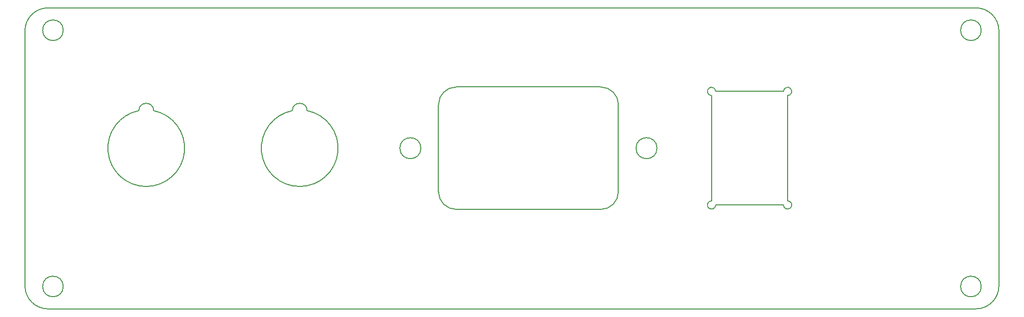
<source format=gbr>
%TF.GenerationSoftware,KiCad,Pcbnew,5.1.10-88a1d61d58~90~ubuntu20.04.1*%
%TF.CreationDate,2021-08-16T21:11:30-07:00*%
%TF.ProjectId,rear-panel,72656172-2d70-4616-9e65-6c2e6b696361,rev?*%
%TF.SameCoordinates,Original*%
%TF.FileFunction,Profile,NP*%
%FSLAX46Y46*%
G04 Gerber Fmt 4.6, Leading zero omitted, Abs format (unit mm)*
G04 Created by KiCad (PCBNEW 5.1.10-88a1d61d58~90~ubuntu20.04.1) date 2021-08-16 21:11:30*
%MOMM*%
%LPD*%
G01*
G04 APERTURE LIST*
%TA.AperFunction,Profile*%
%ADD10C,0.200000*%
%TD*%
G04 APERTURE END LIST*
D10*
X58353985Y-110670736D02*
G75*
G02*
X54453985Y-106770736I0J3900000D01*
G01*
X154991944Y-90778675D02*
X154991944Y-75978675D01*
X76250000Y-77000000D02*
G75*
G02*
X73750000Y-77000000I-1250000J-6378675D01*
G01*
X102250000Y-77000000D02*
G75*
G02*
X99750000Y-77000000I-1250000J-6378675D01*
G01*
X219453984Y-106770736D02*
G75*
G02*
X215553985Y-110670735I-3899999J0D01*
G01*
X215553985Y-59540736D02*
G75*
G02*
X219453985Y-63440736I0J-3900000D01*
G01*
X154991944Y-90778675D02*
G75*
G02*
X151991944Y-93778675I-3000000J0D01*
G01*
X170756739Y-74428675D02*
G75*
G02*
X171456739Y-73728675I0J700000D01*
G01*
X183656739Y-92328675D02*
X183656739Y-74428675D01*
X124511944Y-75978675D02*
X124511944Y-90778675D01*
X219453985Y-63440736D02*
X219453985Y-106770736D01*
X151991944Y-72978675D02*
X127511944Y-72978675D01*
X60943985Y-63342736D02*
G75*
G03*
X60943985Y-63342736I-1750000J0D01*
G01*
X127511944Y-93778675D02*
G75*
G02*
X124511944Y-90778675I0J3000000D01*
G01*
X216463985Y-106868736D02*
G75*
G03*
X216463985Y-106868736I-1750000J0D01*
G01*
X171456739Y-93028675D02*
G75*
G02*
X170756739Y-92328675I-700000J0D01*
G01*
X182956739Y-73728675D02*
G75*
G02*
X183656739Y-74428675I700000J0D01*
G01*
X54453985Y-106770736D02*
X54453985Y-63440736D01*
X124511944Y-75978675D02*
G75*
G02*
X127511944Y-72978675I3000000J0D01*
G01*
X170756739Y-74428675D02*
X170756739Y-92328675D01*
X127511944Y-93778675D02*
X151991944Y-93778675D01*
X121526944Y-83378675D02*
G75*
G03*
X121526944Y-83378675I-1780000J0D01*
G01*
X99750000Y-77000000D02*
G75*
G02*
X102250000Y-77000000I1250000J0D01*
G01*
X161536944Y-83378675D02*
G75*
G03*
X161536944Y-83378675I-1780000J0D01*
G01*
X60943985Y-106868736D02*
G75*
G03*
X60943985Y-106868736I-1750000J0D01*
G01*
X216463985Y-63342736D02*
G75*
G03*
X216463985Y-63342736I-1750000J0D01*
G01*
X171456739Y-93028675D02*
X182956739Y-93028675D01*
X215553985Y-110670735D02*
X58353985Y-110670735D01*
X182956739Y-73728675D02*
X171456739Y-73728675D01*
X58353985Y-59540736D02*
X215553985Y-59540736D01*
X151991944Y-72978675D02*
G75*
G02*
X154991944Y-75978675I0J-3000000D01*
G01*
X183656739Y-92328675D02*
G75*
G02*
X182956739Y-93028675I0J-700000D01*
G01*
X54453985Y-63440736D02*
G75*
G02*
X58353985Y-59540736I3900000J0D01*
G01*
X73750000Y-77000000D02*
G75*
G02*
X76250000Y-77000000I1250000J0D01*
G01*
M02*

</source>
